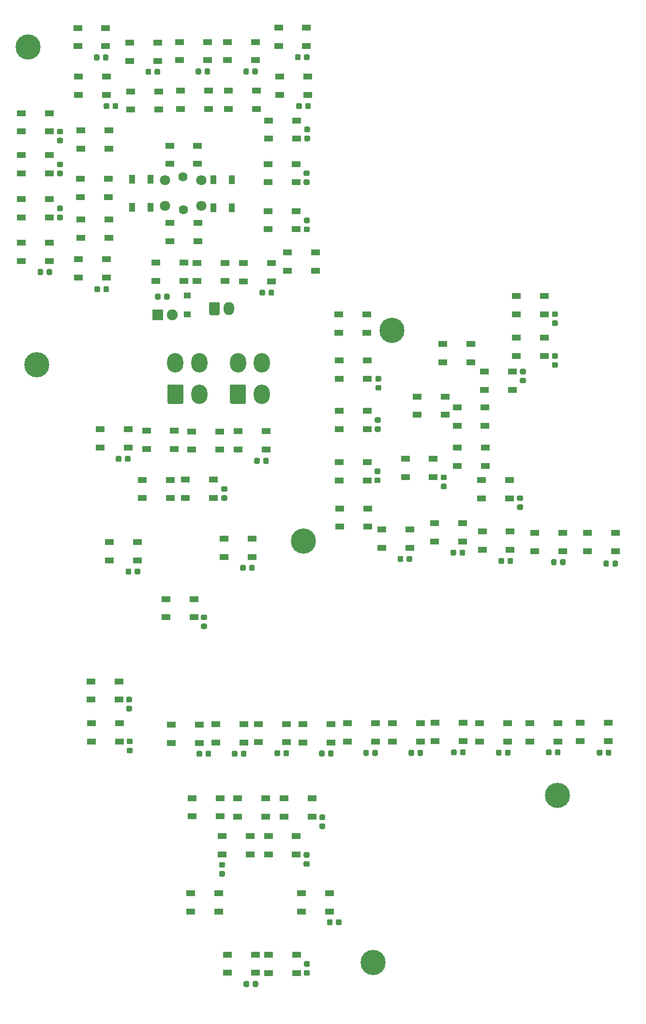
<source format=gbr>
%TF.GenerationSoftware,KiCad,Pcbnew,(5.1.6)-1*%
%TF.CreationDate,2021-08-25T11:31:01+10:00*%
%TF.ProjectId,DISP-EMC Panel PCB V1,44495350-2d45-44d4-9320-50616e656c20,rev?*%
%TF.SameCoordinates,Original*%
%TF.FileFunction,Soldermask,Top*%
%TF.FilePolarity,Negative*%
%FSLAX46Y46*%
G04 Gerber Fmt 4.6, Leading zero omitted, Abs format (unit mm)*
G04 Created by KiCad (PCBNEW (5.1.6)-1) date 2021-08-25 11:31:01*
%MOMM*%
%LPD*%
G01*
G04 APERTURE LIST*
%ADD10C,4.400000*%
%ADD11R,1.300000X1.000000*%
%ADD12O,2.800000X3.400000*%
%ADD13C,1.624000*%
%ADD14C,1.800000*%
%ADD15O,1.840000X2.290000*%
%ADD16R,1.100000X1.600000*%
%ADD17R,1.600000X1.100000*%
%ADD18C,1.900000*%
%ADD19R,1.900000X1.900000*%
G04 APERTURE END LIST*
D10*
%TO.C,6*%
X109829600Y-174244000D03*
%TD*%
%TO.C,5*%
X142087600Y-145034000D03*
%TD*%
%TO.C,4*%
X97637600Y-100558600D03*
%TD*%
%TO.C,3*%
X113131600Y-63754000D03*
%TD*%
%TO.C,3*%
X50977800Y-69748400D03*
%TD*%
%TO.C,1*%
X49403000Y-14198600D03*
%TD*%
%TO.C,C55*%
G36*
G01*
X135781250Y-93562500D02*
X135218750Y-93562500D01*
G75*
G02*
X134975000Y-93318750I0J243750D01*
G01*
X134975000Y-92831250D01*
G75*
G02*
X135218750Y-92587500I243750J0D01*
G01*
X135781250Y-92587500D01*
G75*
G02*
X136025000Y-92831250I0J-243750D01*
G01*
X136025000Y-93318750D01*
G75*
G02*
X135781250Y-93562500I-243750J0D01*
G01*
G37*
G36*
G01*
X135781250Y-95137500D02*
X135218750Y-95137500D01*
G75*
G02*
X134975000Y-94893750I0J243750D01*
G01*
X134975000Y-94406250D01*
G75*
G02*
X135218750Y-94162500I243750J0D01*
G01*
X135781250Y-94162500D01*
G75*
G02*
X136025000Y-94406250I0J-243750D01*
G01*
X136025000Y-94893750D01*
G75*
G02*
X135781250Y-95137500I-243750J0D01*
G01*
G37*
%TD*%
%TO.C,C54*%
G36*
G01*
X122431250Y-89937500D02*
X121868750Y-89937500D01*
G75*
G02*
X121625000Y-89693750I0J243750D01*
G01*
X121625000Y-89206250D01*
G75*
G02*
X121868750Y-88962500I243750J0D01*
G01*
X122431250Y-88962500D01*
G75*
G02*
X122675000Y-89206250I0J-243750D01*
G01*
X122675000Y-89693750D01*
G75*
G02*
X122431250Y-89937500I-243750J0D01*
G01*
G37*
G36*
G01*
X122431250Y-91512500D02*
X121868750Y-91512500D01*
G75*
G02*
X121625000Y-91268750I0J243750D01*
G01*
X121625000Y-90781250D01*
G75*
G02*
X121868750Y-90537500I243750J0D01*
G01*
X122431250Y-90537500D01*
G75*
G02*
X122675000Y-90781250I0J-243750D01*
G01*
X122675000Y-91268750D01*
G75*
G02*
X122431250Y-91512500I-243750J0D01*
G01*
G37*
%TD*%
%TO.C,C53*%
G36*
G01*
X135718750Y-72037500D02*
X136281250Y-72037500D01*
G75*
G02*
X136525000Y-72281250I0J-243750D01*
G01*
X136525000Y-72768750D01*
G75*
G02*
X136281250Y-73012500I-243750J0D01*
G01*
X135718750Y-73012500D01*
G75*
G02*
X135475000Y-72768750I0J243750D01*
G01*
X135475000Y-72281250D01*
G75*
G02*
X135718750Y-72037500I243750J0D01*
G01*
G37*
G36*
G01*
X135718750Y-70462500D02*
X136281250Y-70462500D01*
G75*
G02*
X136525000Y-70706250I0J-243750D01*
G01*
X136525000Y-71193750D01*
G75*
G02*
X136281250Y-71437500I-243750J0D01*
G01*
X135718750Y-71437500D01*
G75*
G02*
X135475000Y-71193750I0J243750D01*
G01*
X135475000Y-70706250D01*
G75*
G02*
X135718750Y-70462500I243750J0D01*
G01*
G37*
%TD*%
%TO.C,C52*%
G36*
G01*
X141881250Y-68700000D02*
X141318750Y-68700000D01*
G75*
G02*
X141075000Y-68456250I0J243750D01*
G01*
X141075000Y-67968750D01*
G75*
G02*
X141318750Y-67725000I243750J0D01*
G01*
X141881250Y-67725000D01*
G75*
G02*
X142125000Y-67968750I0J-243750D01*
G01*
X142125000Y-68456250D01*
G75*
G02*
X141881250Y-68700000I-243750J0D01*
G01*
G37*
G36*
G01*
X141881250Y-70275000D02*
X141318750Y-70275000D01*
G75*
G02*
X141075000Y-70031250I0J243750D01*
G01*
X141075000Y-69543750D01*
G75*
G02*
X141318750Y-69300000I243750J0D01*
G01*
X141881250Y-69300000D01*
G75*
G02*
X142125000Y-69543750I0J-243750D01*
G01*
X142125000Y-70031250D01*
G75*
G02*
X141881250Y-70275000I-243750J0D01*
G01*
G37*
%TD*%
%TO.C,C51*%
G36*
G01*
X141881250Y-61400000D02*
X141318750Y-61400000D01*
G75*
G02*
X141075000Y-61156250I0J243750D01*
G01*
X141075000Y-60668750D01*
G75*
G02*
X141318750Y-60425000I243750J0D01*
G01*
X141881250Y-60425000D01*
G75*
G02*
X142125000Y-60668750I0J-243750D01*
G01*
X142125000Y-61156250D01*
G75*
G02*
X141881250Y-61400000I-243750J0D01*
G01*
G37*
G36*
G01*
X141881250Y-62975000D02*
X141318750Y-62975000D01*
G75*
G02*
X141075000Y-62731250I0J243750D01*
G01*
X141075000Y-62243750D01*
G75*
G02*
X141318750Y-62000000I243750J0D01*
G01*
X141881250Y-62000000D01*
G75*
G02*
X142125000Y-62243750I0J-243750D01*
G01*
X142125000Y-62731250D01*
G75*
G02*
X141881250Y-62975000I-243750J0D01*
G01*
G37*
%TD*%
%TO.C,C50*%
G36*
G01*
X67381250Y-128762500D02*
X66818750Y-128762500D01*
G75*
G02*
X66575000Y-128518750I0J243750D01*
G01*
X66575000Y-128031250D01*
G75*
G02*
X66818750Y-127787500I243750J0D01*
G01*
X67381250Y-127787500D01*
G75*
G02*
X67625000Y-128031250I0J-243750D01*
G01*
X67625000Y-128518750D01*
G75*
G02*
X67381250Y-128762500I-243750J0D01*
G01*
G37*
G36*
G01*
X67381250Y-130337500D02*
X66818750Y-130337500D01*
G75*
G02*
X66575000Y-130093750I0J243750D01*
G01*
X66575000Y-129606250D01*
G75*
G02*
X66818750Y-129362500I243750J0D01*
G01*
X67381250Y-129362500D01*
G75*
G02*
X67625000Y-129606250I0J-243750D01*
G01*
X67625000Y-130093750D01*
G75*
G02*
X67381250Y-130337500I-243750J0D01*
G01*
G37*
%TD*%
%TO.C,C49*%
G36*
G01*
X67481250Y-136087500D02*
X66918750Y-136087500D01*
G75*
G02*
X66675000Y-135843750I0J243750D01*
G01*
X66675000Y-135356250D01*
G75*
G02*
X66918750Y-135112500I243750J0D01*
G01*
X67481250Y-135112500D01*
G75*
G02*
X67725000Y-135356250I0J-243750D01*
G01*
X67725000Y-135843750D01*
G75*
G02*
X67481250Y-136087500I-243750J0D01*
G01*
G37*
G36*
G01*
X67481250Y-137662500D02*
X66918750Y-137662500D01*
G75*
G02*
X66675000Y-137418750I0J243750D01*
G01*
X66675000Y-136931250D01*
G75*
G02*
X66918750Y-136687500I243750J0D01*
G01*
X67481250Y-136687500D01*
G75*
G02*
X67725000Y-136931250I0J-243750D01*
G01*
X67725000Y-137418750D01*
G75*
G02*
X67481250Y-137662500I-243750J0D01*
G01*
G37*
%TD*%
%TO.C,C48*%
G36*
G01*
X83631250Y-157650000D02*
X83068750Y-157650000D01*
G75*
G02*
X82825000Y-157406250I0J243750D01*
G01*
X82825000Y-156918750D01*
G75*
G02*
X83068750Y-156675000I243750J0D01*
G01*
X83631250Y-156675000D01*
G75*
G02*
X83875000Y-156918750I0J-243750D01*
G01*
X83875000Y-157406250D01*
G75*
G02*
X83631250Y-157650000I-243750J0D01*
G01*
G37*
G36*
G01*
X83631250Y-159225000D02*
X83068750Y-159225000D01*
G75*
G02*
X82825000Y-158981250I0J243750D01*
G01*
X82825000Y-158493750D01*
G75*
G02*
X83068750Y-158250000I243750J0D01*
G01*
X83631250Y-158250000D01*
G75*
G02*
X83875000Y-158493750I0J-243750D01*
G01*
X83875000Y-158981250D01*
G75*
G02*
X83631250Y-159225000I-243750J0D01*
G01*
G37*
%TD*%
%TO.C,C47*%
G36*
G01*
X88712500Y-178281250D02*
X88712500Y-177718750D01*
G75*
G02*
X88956250Y-177475000I243750J0D01*
G01*
X89443750Y-177475000D01*
G75*
G02*
X89687500Y-177718750I0J-243750D01*
G01*
X89687500Y-178281250D01*
G75*
G02*
X89443750Y-178525000I-243750J0D01*
G01*
X88956250Y-178525000D01*
G75*
G02*
X88712500Y-178281250I0J243750D01*
G01*
G37*
G36*
G01*
X87137500Y-178281250D02*
X87137500Y-177718750D01*
G75*
G02*
X87381250Y-177475000I243750J0D01*
G01*
X87868750Y-177475000D01*
G75*
G02*
X88112500Y-177718750I0J-243750D01*
G01*
X88112500Y-178281250D01*
G75*
G02*
X87868750Y-178525000I-243750J0D01*
G01*
X87381250Y-178525000D01*
G75*
G02*
X87137500Y-178281250I0J243750D01*
G01*
G37*
%TD*%
%TO.C,C46*%
G36*
G01*
X97918750Y-175562500D02*
X98481250Y-175562500D01*
G75*
G02*
X98725000Y-175806250I0J-243750D01*
G01*
X98725000Y-176293750D01*
G75*
G02*
X98481250Y-176537500I-243750J0D01*
G01*
X97918750Y-176537500D01*
G75*
G02*
X97675000Y-176293750I0J243750D01*
G01*
X97675000Y-175806250D01*
G75*
G02*
X97918750Y-175562500I243750J0D01*
G01*
G37*
G36*
G01*
X97918750Y-173987500D02*
X98481250Y-173987500D01*
G75*
G02*
X98725000Y-174231250I0J-243750D01*
G01*
X98725000Y-174718750D01*
G75*
G02*
X98481250Y-174962500I-243750J0D01*
G01*
X97918750Y-174962500D01*
G75*
G02*
X97675000Y-174718750I0J243750D01*
G01*
X97675000Y-174231250D01*
G75*
G02*
X97918750Y-173987500I243750J0D01*
G01*
G37*
%TD*%
%TO.C,C45*%
G36*
G01*
X102687500Y-166918750D02*
X102687500Y-167481250D01*
G75*
G02*
X102443750Y-167725000I-243750J0D01*
G01*
X101956250Y-167725000D01*
G75*
G02*
X101712500Y-167481250I0J243750D01*
G01*
X101712500Y-166918750D01*
G75*
G02*
X101956250Y-166675000I243750J0D01*
G01*
X102443750Y-166675000D01*
G75*
G02*
X102687500Y-166918750I0J-243750D01*
G01*
G37*
G36*
G01*
X104262500Y-166918750D02*
X104262500Y-167481250D01*
G75*
G02*
X104018750Y-167725000I-243750J0D01*
G01*
X103531250Y-167725000D01*
G75*
G02*
X103287500Y-167481250I0J243750D01*
G01*
X103287500Y-166918750D01*
G75*
G02*
X103531250Y-166675000I243750J0D01*
G01*
X104018750Y-166675000D01*
G75*
G02*
X104262500Y-166918750I0J-243750D01*
G01*
G37*
%TD*%
%TO.C,C44*%
G36*
G01*
X101181250Y-149337500D02*
X100618750Y-149337500D01*
G75*
G02*
X100375000Y-149093750I0J243750D01*
G01*
X100375000Y-148606250D01*
G75*
G02*
X100618750Y-148362500I243750J0D01*
G01*
X101181250Y-148362500D01*
G75*
G02*
X101425000Y-148606250I0J-243750D01*
G01*
X101425000Y-149093750D01*
G75*
G02*
X101181250Y-149337500I-243750J0D01*
G01*
G37*
G36*
G01*
X101181250Y-150912500D02*
X100618750Y-150912500D01*
G75*
G02*
X100375000Y-150668750I0J243750D01*
G01*
X100375000Y-150181250D01*
G75*
G02*
X100618750Y-149937500I243750J0D01*
G01*
X101181250Y-149937500D01*
G75*
G02*
X101425000Y-150181250I0J-243750D01*
G01*
X101425000Y-150668750D01*
G75*
G02*
X101181250Y-150912500I-243750J0D01*
G01*
G37*
%TD*%
%TO.C,C43*%
G36*
G01*
X150512500Y-137831250D02*
X150512500Y-137268750D01*
G75*
G02*
X150756250Y-137025000I243750J0D01*
G01*
X151243750Y-137025000D01*
G75*
G02*
X151487500Y-137268750I0J-243750D01*
G01*
X151487500Y-137831250D01*
G75*
G02*
X151243750Y-138075000I-243750J0D01*
G01*
X150756250Y-138075000D01*
G75*
G02*
X150512500Y-137831250I0J243750D01*
G01*
G37*
G36*
G01*
X148937500Y-137831250D02*
X148937500Y-137268750D01*
G75*
G02*
X149181250Y-137025000I243750J0D01*
G01*
X149668750Y-137025000D01*
G75*
G02*
X149912500Y-137268750I0J-243750D01*
G01*
X149912500Y-137831250D01*
G75*
G02*
X149668750Y-138075000I-243750J0D01*
G01*
X149181250Y-138075000D01*
G75*
G02*
X148937500Y-137831250I0J243750D01*
G01*
G37*
%TD*%
%TO.C,C42*%
G36*
G01*
X141612500Y-137781250D02*
X141612500Y-137218750D01*
G75*
G02*
X141856250Y-136975000I243750J0D01*
G01*
X142343750Y-136975000D01*
G75*
G02*
X142587500Y-137218750I0J-243750D01*
G01*
X142587500Y-137781250D01*
G75*
G02*
X142343750Y-138025000I-243750J0D01*
G01*
X141856250Y-138025000D01*
G75*
G02*
X141612500Y-137781250I0J243750D01*
G01*
G37*
G36*
G01*
X140037500Y-137781250D02*
X140037500Y-137218750D01*
G75*
G02*
X140281250Y-136975000I243750J0D01*
G01*
X140768750Y-136975000D01*
G75*
G02*
X141012500Y-137218750I0J-243750D01*
G01*
X141012500Y-137781250D01*
G75*
G02*
X140768750Y-138025000I-243750J0D01*
G01*
X140281250Y-138025000D01*
G75*
G02*
X140037500Y-137781250I0J243750D01*
G01*
G37*
%TD*%
%TO.C,C41*%
G36*
G01*
X125012500Y-137781250D02*
X125012500Y-137218750D01*
G75*
G02*
X125256250Y-136975000I243750J0D01*
G01*
X125743750Y-136975000D01*
G75*
G02*
X125987500Y-137218750I0J-243750D01*
G01*
X125987500Y-137781250D01*
G75*
G02*
X125743750Y-138025000I-243750J0D01*
G01*
X125256250Y-138025000D01*
G75*
G02*
X125012500Y-137781250I0J243750D01*
G01*
G37*
G36*
G01*
X123437500Y-137781250D02*
X123437500Y-137218750D01*
G75*
G02*
X123681250Y-136975000I243750J0D01*
G01*
X124168750Y-136975000D01*
G75*
G02*
X124412500Y-137218750I0J-243750D01*
G01*
X124412500Y-137781250D01*
G75*
G02*
X124168750Y-138025000I-243750J0D01*
G01*
X123681250Y-138025000D01*
G75*
G02*
X123437500Y-137781250I0J243750D01*
G01*
G37*
%TD*%
%TO.C,C40*%
G36*
G01*
X132862500Y-137831250D02*
X132862500Y-137268750D01*
G75*
G02*
X133106250Y-137025000I243750J0D01*
G01*
X133593750Y-137025000D01*
G75*
G02*
X133837500Y-137268750I0J-243750D01*
G01*
X133837500Y-137831250D01*
G75*
G02*
X133593750Y-138075000I-243750J0D01*
G01*
X133106250Y-138075000D01*
G75*
G02*
X132862500Y-137831250I0J243750D01*
G01*
G37*
G36*
G01*
X131287500Y-137831250D02*
X131287500Y-137268750D01*
G75*
G02*
X131531250Y-137025000I243750J0D01*
G01*
X132018750Y-137025000D01*
G75*
G02*
X132262500Y-137268750I0J-243750D01*
G01*
X132262500Y-137831250D01*
G75*
G02*
X132018750Y-138075000I-243750J0D01*
G01*
X131531250Y-138075000D01*
G75*
G02*
X131287500Y-137831250I0J243750D01*
G01*
G37*
%TD*%
%TO.C,C39*%
G36*
G01*
X109650000Y-137881250D02*
X109650000Y-137318750D01*
G75*
G02*
X109893750Y-137075000I243750J0D01*
G01*
X110381250Y-137075000D01*
G75*
G02*
X110625000Y-137318750I0J-243750D01*
G01*
X110625000Y-137881250D01*
G75*
G02*
X110381250Y-138125000I-243750J0D01*
G01*
X109893750Y-138125000D01*
G75*
G02*
X109650000Y-137881250I0J243750D01*
G01*
G37*
G36*
G01*
X108075000Y-137881250D02*
X108075000Y-137318750D01*
G75*
G02*
X108318750Y-137075000I243750J0D01*
G01*
X108806250Y-137075000D01*
G75*
G02*
X109050000Y-137318750I0J-243750D01*
G01*
X109050000Y-137881250D01*
G75*
G02*
X108806250Y-138125000I-243750J0D01*
G01*
X108318750Y-138125000D01*
G75*
G02*
X108075000Y-137881250I0J243750D01*
G01*
G37*
%TD*%
%TO.C,C38*%
G36*
G01*
X117562500Y-137881250D02*
X117562500Y-137318750D01*
G75*
G02*
X117806250Y-137075000I243750J0D01*
G01*
X118293750Y-137075000D01*
G75*
G02*
X118537500Y-137318750I0J-243750D01*
G01*
X118537500Y-137881250D01*
G75*
G02*
X118293750Y-138125000I-243750J0D01*
G01*
X117806250Y-138125000D01*
G75*
G02*
X117562500Y-137881250I0J243750D01*
G01*
G37*
G36*
G01*
X115987500Y-137881250D02*
X115987500Y-137318750D01*
G75*
G02*
X116231250Y-137075000I243750J0D01*
G01*
X116718750Y-137075000D01*
G75*
G02*
X116962500Y-137318750I0J-243750D01*
G01*
X116962500Y-137881250D01*
G75*
G02*
X116718750Y-138125000I-243750J0D01*
G01*
X116231250Y-138125000D01*
G75*
G02*
X115987500Y-137881250I0J243750D01*
G01*
G37*
%TD*%
%TO.C,C37*%
G36*
G01*
X98431250Y-155912500D02*
X97868750Y-155912500D01*
G75*
G02*
X97625000Y-155668750I0J243750D01*
G01*
X97625000Y-155181250D01*
G75*
G02*
X97868750Y-154937500I243750J0D01*
G01*
X98431250Y-154937500D01*
G75*
G02*
X98675000Y-155181250I0J-243750D01*
G01*
X98675000Y-155668750D01*
G75*
G02*
X98431250Y-155912500I-243750J0D01*
G01*
G37*
G36*
G01*
X98431250Y-157487500D02*
X97868750Y-157487500D01*
G75*
G02*
X97625000Y-157243750I0J243750D01*
G01*
X97625000Y-156756250D01*
G75*
G02*
X97868750Y-156512500I243750J0D01*
G01*
X98431250Y-156512500D01*
G75*
G02*
X98675000Y-156756250I0J-243750D01*
G01*
X98675000Y-157243750D01*
G75*
G02*
X98431250Y-157487500I-243750J0D01*
G01*
G37*
%TD*%
%TO.C,C26*%
G36*
G01*
X133312500Y-104331250D02*
X133312500Y-103768750D01*
G75*
G02*
X133556250Y-103525000I243750J0D01*
G01*
X134043750Y-103525000D01*
G75*
G02*
X134287500Y-103768750I0J-243750D01*
G01*
X134287500Y-104331250D01*
G75*
G02*
X134043750Y-104575000I-243750J0D01*
G01*
X133556250Y-104575000D01*
G75*
G02*
X133312500Y-104331250I0J243750D01*
G01*
G37*
G36*
G01*
X131737500Y-104331250D02*
X131737500Y-103768750D01*
G75*
G02*
X131981250Y-103525000I243750J0D01*
G01*
X132468750Y-103525000D01*
G75*
G02*
X132712500Y-103768750I0J-243750D01*
G01*
X132712500Y-104331250D01*
G75*
G02*
X132468750Y-104575000I-243750J0D01*
G01*
X131981250Y-104575000D01*
G75*
G02*
X131737500Y-104331250I0J243750D01*
G01*
G37*
%TD*%
%TO.C,C23*%
G36*
G01*
X115662500Y-103981250D02*
X115662500Y-103418750D01*
G75*
G02*
X115906250Y-103175000I243750J0D01*
G01*
X116393750Y-103175000D01*
G75*
G02*
X116637500Y-103418750I0J-243750D01*
G01*
X116637500Y-103981250D01*
G75*
G02*
X116393750Y-104225000I-243750J0D01*
G01*
X115906250Y-104225000D01*
G75*
G02*
X115662500Y-103981250I0J243750D01*
G01*
G37*
G36*
G01*
X114087500Y-103981250D02*
X114087500Y-103418750D01*
G75*
G02*
X114331250Y-103175000I243750J0D01*
G01*
X114818750Y-103175000D01*
G75*
G02*
X115062500Y-103418750I0J-243750D01*
G01*
X115062500Y-103981250D01*
G75*
G02*
X114818750Y-104225000I-243750J0D01*
G01*
X114331250Y-104225000D01*
G75*
G02*
X114087500Y-103981250I0J243750D01*
G01*
G37*
%TD*%
%TO.C,C36*%
G36*
G01*
X101912500Y-137981250D02*
X101912500Y-137418750D01*
G75*
G02*
X102156250Y-137175000I243750J0D01*
G01*
X102643750Y-137175000D01*
G75*
G02*
X102887500Y-137418750I0J-243750D01*
G01*
X102887500Y-137981250D01*
G75*
G02*
X102643750Y-138225000I-243750J0D01*
G01*
X102156250Y-138225000D01*
G75*
G02*
X101912500Y-137981250I0J243750D01*
G01*
G37*
G36*
G01*
X100337500Y-137981250D02*
X100337500Y-137418750D01*
G75*
G02*
X100581250Y-137175000I243750J0D01*
G01*
X101068750Y-137175000D01*
G75*
G02*
X101312500Y-137418750I0J-243750D01*
G01*
X101312500Y-137981250D01*
G75*
G02*
X101068750Y-138225000I-243750J0D01*
G01*
X100581250Y-138225000D01*
G75*
G02*
X100337500Y-137981250I0J243750D01*
G01*
G37*
%TD*%
%TO.C,C35*%
G36*
G01*
X94112500Y-137931250D02*
X94112500Y-137368750D01*
G75*
G02*
X94356250Y-137125000I243750J0D01*
G01*
X94843750Y-137125000D01*
G75*
G02*
X95087500Y-137368750I0J-243750D01*
G01*
X95087500Y-137931250D01*
G75*
G02*
X94843750Y-138175000I-243750J0D01*
G01*
X94356250Y-138175000D01*
G75*
G02*
X94112500Y-137931250I0J243750D01*
G01*
G37*
G36*
G01*
X92537500Y-137931250D02*
X92537500Y-137368750D01*
G75*
G02*
X92781250Y-137125000I243750J0D01*
G01*
X93268750Y-137125000D01*
G75*
G02*
X93512500Y-137368750I0J-243750D01*
G01*
X93512500Y-137931250D01*
G75*
G02*
X93268750Y-138175000I-243750J0D01*
G01*
X92781250Y-138175000D01*
G75*
G02*
X92537500Y-137931250I0J243750D01*
G01*
G37*
%TD*%
%TO.C,C34*%
G36*
G01*
X79887500Y-137468750D02*
X79887500Y-138031250D01*
G75*
G02*
X79643750Y-138275000I-243750J0D01*
G01*
X79156250Y-138275000D01*
G75*
G02*
X78912500Y-138031250I0J243750D01*
G01*
X78912500Y-137468750D01*
G75*
G02*
X79156250Y-137225000I243750J0D01*
G01*
X79643750Y-137225000D01*
G75*
G02*
X79887500Y-137468750I0J-243750D01*
G01*
G37*
G36*
G01*
X81462500Y-137468750D02*
X81462500Y-138031250D01*
G75*
G02*
X81218750Y-138275000I-243750J0D01*
G01*
X80731250Y-138275000D01*
G75*
G02*
X80487500Y-138031250I0J243750D01*
G01*
X80487500Y-137468750D01*
G75*
G02*
X80731250Y-137225000I243750J0D01*
G01*
X81218750Y-137225000D01*
G75*
G02*
X81462500Y-137468750I0J-243750D01*
G01*
G37*
%TD*%
%TO.C,C33*%
G36*
G01*
X86650000Y-138031250D02*
X86650000Y-137468750D01*
G75*
G02*
X86893750Y-137225000I243750J0D01*
G01*
X87381250Y-137225000D01*
G75*
G02*
X87625000Y-137468750I0J-243750D01*
G01*
X87625000Y-138031250D01*
G75*
G02*
X87381250Y-138275000I-243750J0D01*
G01*
X86893750Y-138275000D01*
G75*
G02*
X86650000Y-138031250I0J243750D01*
G01*
G37*
G36*
G01*
X85075000Y-138031250D02*
X85075000Y-137468750D01*
G75*
G02*
X85318750Y-137225000I243750J0D01*
G01*
X85806250Y-137225000D01*
G75*
G02*
X86050000Y-137468750I0J-243750D01*
G01*
X86050000Y-138031250D01*
G75*
G02*
X85806250Y-138275000I-243750J0D01*
G01*
X85318750Y-138275000D01*
G75*
G02*
X85075000Y-138031250I0J243750D01*
G01*
G37*
%TD*%
%TO.C,C32*%
G36*
G01*
X83468750Y-92562500D02*
X84031250Y-92562500D01*
G75*
G02*
X84275000Y-92806250I0J-243750D01*
G01*
X84275000Y-93293750D01*
G75*
G02*
X84031250Y-93537500I-243750J0D01*
G01*
X83468750Y-93537500D01*
G75*
G02*
X83225000Y-93293750I0J243750D01*
G01*
X83225000Y-92806250D01*
G75*
G02*
X83468750Y-92562500I243750J0D01*
G01*
G37*
G36*
G01*
X83468750Y-90987500D02*
X84031250Y-90987500D01*
G75*
G02*
X84275000Y-91231250I0J-243750D01*
G01*
X84275000Y-91718750D01*
G75*
G02*
X84031250Y-91962500I-243750J0D01*
G01*
X83468750Y-91962500D01*
G75*
G02*
X83225000Y-91718750I0J243750D01*
G01*
X83225000Y-91231250D01*
G75*
G02*
X83468750Y-90987500I243750J0D01*
G01*
G37*
%TD*%
%TO.C,C31*%
G36*
G01*
X88112500Y-105531250D02*
X88112500Y-104968750D01*
G75*
G02*
X88356250Y-104725000I243750J0D01*
G01*
X88843750Y-104725000D01*
G75*
G02*
X89087500Y-104968750I0J-243750D01*
G01*
X89087500Y-105531250D01*
G75*
G02*
X88843750Y-105775000I-243750J0D01*
G01*
X88356250Y-105775000D01*
G75*
G02*
X88112500Y-105531250I0J243750D01*
G01*
G37*
G36*
G01*
X86537500Y-105531250D02*
X86537500Y-104968750D01*
G75*
G02*
X86781250Y-104725000I243750J0D01*
G01*
X87268750Y-104725000D01*
G75*
G02*
X87512500Y-104968750I0J-243750D01*
G01*
X87512500Y-105531250D01*
G75*
G02*
X87268750Y-105775000I-243750J0D01*
G01*
X86781250Y-105775000D01*
G75*
G02*
X86537500Y-105531250I0J243750D01*
G01*
G37*
%TD*%
%TO.C,C30*%
G36*
G01*
X90562500Y-86831250D02*
X90562500Y-86268750D01*
G75*
G02*
X90806250Y-86025000I243750J0D01*
G01*
X91293750Y-86025000D01*
G75*
G02*
X91537500Y-86268750I0J-243750D01*
G01*
X91537500Y-86831250D01*
G75*
G02*
X91293750Y-87075000I-243750J0D01*
G01*
X90806250Y-87075000D01*
G75*
G02*
X90562500Y-86831250I0J243750D01*
G01*
G37*
G36*
G01*
X88987500Y-86831250D02*
X88987500Y-86268750D01*
G75*
G02*
X89231250Y-86025000I243750J0D01*
G01*
X89718750Y-86025000D01*
G75*
G02*
X89962500Y-86268750I0J-243750D01*
G01*
X89962500Y-86831250D01*
G75*
G02*
X89718750Y-87075000I-243750J0D01*
G01*
X89231250Y-87075000D01*
G75*
G02*
X88987500Y-86831250I0J243750D01*
G01*
G37*
%TD*%
%TO.C,C29*%
G36*
G01*
X80481250Y-114387500D02*
X79918750Y-114387500D01*
G75*
G02*
X79675000Y-114143750I0J243750D01*
G01*
X79675000Y-113656250D01*
G75*
G02*
X79918750Y-113412500I243750J0D01*
G01*
X80481250Y-113412500D01*
G75*
G02*
X80725000Y-113656250I0J-243750D01*
G01*
X80725000Y-114143750D01*
G75*
G02*
X80481250Y-114387500I-243750J0D01*
G01*
G37*
G36*
G01*
X80481250Y-115962500D02*
X79918750Y-115962500D01*
G75*
G02*
X79675000Y-115718750I0J243750D01*
G01*
X79675000Y-115231250D01*
G75*
G02*
X79918750Y-114987500I243750J0D01*
G01*
X80481250Y-114987500D01*
G75*
G02*
X80725000Y-115231250I0J-243750D01*
G01*
X80725000Y-115718750D01*
G75*
G02*
X80481250Y-115962500I-243750J0D01*
G01*
G37*
%TD*%
%TO.C,C28*%
G36*
G01*
X68062500Y-106181250D02*
X68062500Y-105618750D01*
G75*
G02*
X68306250Y-105375000I243750J0D01*
G01*
X68793750Y-105375000D01*
G75*
G02*
X69037500Y-105618750I0J-243750D01*
G01*
X69037500Y-106181250D01*
G75*
G02*
X68793750Y-106425000I-243750J0D01*
G01*
X68306250Y-106425000D01*
G75*
G02*
X68062500Y-106181250I0J243750D01*
G01*
G37*
G36*
G01*
X66487500Y-106181250D02*
X66487500Y-105618750D01*
G75*
G02*
X66731250Y-105375000I243750J0D01*
G01*
X67218750Y-105375000D01*
G75*
G02*
X67462500Y-105618750I0J-243750D01*
G01*
X67462500Y-106181250D01*
G75*
G02*
X67218750Y-106425000I-243750J0D01*
G01*
X66731250Y-106425000D01*
G75*
G02*
X66487500Y-106181250I0J243750D01*
G01*
G37*
%TD*%
%TO.C,C27*%
G36*
G01*
X66362500Y-86481250D02*
X66362500Y-85918750D01*
G75*
G02*
X66606250Y-85675000I243750J0D01*
G01*
X67093750Y-85675000D01*
G75*
G02*
X67337500Y-85918750I0J-243750D01*
G01*
X67337500Y-86481250D01*
G75*
G02*
X67093750Y-86725000I-243750J0D01*
G01*
X66606250Y-86725000D01*
G75*
G02*
X66362500Y-86481250I0J243750D01*
G01*
G37*
G36*
G01*
X64787500Y-86481250D02*
X64787500Y-85918750D01*
G75*
G02*
X65031250Y-85675000I243750J0D01*
G01*
X65518750Y-85675000D01*
G75*
G02*
X65762500Y-85918750I0J-243750D01*
G01*
X65762500Y-86481250D01*
G75*
G02*
X65518750Y-86725000I-243750J0D01*
G01*
X65031250Y-86725000D01*
G75*
G02*
X64787500Y-86481250I0J243750D01*
G01*
G37*
%TD*%
%TO.C,C25*%
G36*
G01*
X142512500Y-104531250D02*
X142512500Y-103968750D01*
G75*
G02*
X142756250Y-103725000I243750J0D01*
G01*
X143243750Y-103725000D01*
G75*
G02*
X143487500Y-103968750I0J-243750D01*
G01*
X143487500Y-104531250D01*
G75*
G02*
X143243750Y-104775000I-243750J0D01*
G01*
X142756250Y-104775000D01*
G75*
G02*
X142512500Y-104531250I0J243750D01*
G01*
G37*
G36*
G01*
X140937500Y-104531250D02*
X140937500Y-103968750D01*
G75*
G02*
X141181250Y-103725000I243750J0D01*
G01*
X141668750Y-103725000D01*
G75*
G02*
X141912500Y-103968750I0J-243750D01*
G01*
X141912500Y-104531250D01*
G75*
G02*
X141668750Y-104775000I-243750J0D01*
G01*
X141181250Y-104775000D01*
G75*
G02*
X140937500Y-104531250I0J243750D01*
G01*
G37*
%TD*%
%TO.C,C24*%
G36*
G01*
X124912500Y-102881250D02*
X124912500Y-102318750D01*
G75*
G02*
X125156250Y-102075000I243750J0D01*
G01*
X125643750Y-102075000D01*
G75*
G02*
X125887500Y-102318750I0J-243750D01*
G01*
X125887500Y-102881250D01*
G75*
G02*
X125643750Y-103125000I-243750J0D01*
G01*
X125156250Y-103125000D01*
G75*
G02*
X124912500Y-102881250I0J243750D01*
G01*
G37*
G36*
G01*
X123337500Y-102881250D02*
X123337500Y-102318750D01*
G75*
G02*
X123581250Y-102075000I243750J0D01*
G01*
X124068750Y-102075000D01*
G75*
G02*
X124312500Y-102318750I0J-243750D01*
G01*
X124312500Y-102881250D01*
G75*
G02*
X124068750Y-103125000I-243750J0D01*
G01*
X123581250Y-103125000D01*
G75*
G02*
X123337500Y-102881250I0J243750D01*
G01*
G37*
%TD*%
%TO.C,C22*%
G36*
G01*
X110318750Y-80512500D02*
X110881250Y-80512500D01*
G75*
G02*
X111125000Y-80756250I0J-243750D01*
G01*
X111125000Y-81243750D01*
G75*
G02*
X110881250Y-81487500I-243750J0D01*
G01*
X110318750Y-81487500D01*
G75*
G02*
X110075000Y-81243750I0J243750D01*
G01*
X110075000Y-80756250D01*
G75*
G02*
X110318750Y-80512500I243750J0D01*
G01*
G37*
G36*
G01*
X110318750Y-78937500D02*
X110881250Y-78937500D01*
G75*
G02*
X111125000Y-79181250I0J-243750D01*
G01*
X111125000Y-79668750D01*
G75*
G02*
X110881250Y-79912500I-243750J0D01*
G01*
X110318750Y-79912500D01*
G75*
G02*
X110075000Y-79668750I0J243750D01*
G01*
X110075000Y-79181250D01*
G75*
G02*
X110318750Y-78937500I243750J0D01*
G01*
G37*
%TD*%
%TO.C,C21*%
G36*
G01*
X110268750Y-89462500D02*
X110831250Y-89462500D01*
G75*
G02*
X111075000Y-89706250I0J-243750D01*
G01*
X111075000Y-90193750D01*
G75*
G02*
X110831250Y-90437500I-243750J0D01*
G01*
X110268750Y-90437500D01*
G75*
G02*
X110025000Y-90193750I0J243750D01*
G01*
X110025000Y-89706250D01*
G75*
G02*
X110268750Y-89462500I243750J0D01*
G01*
G37*
G36*
G01*
X110268750Y-87887500D02*
X110831250Y-87887500D01*
G75*
G02*
X111075000Y-88131250I0J-243750D01*
G01*
X111075000Y-88618750D01*
G75*
G02*
X110831250Y-88862500I-243750J0D01*
G01*
X110268750Y-88862500D01*
G75*
G02*
X110025000Y-88618750I0J243750D01*
G01*
X110025000Y-88131250D01*
G75*
G02*
X110268750Y-87887500I243750J0D01*
G01*
G37*
%TD*%
%TO.C,C20*%
G36*
G01*
X151662500Y-104781250D02*
X151662500Y-104218750D01*
G75*
G02*
X151906250Y-103975000I243750J0D01*
G01*
X152393750Y-103975000D01*
G75*
G02*
X152637500Y-104218750I0J-243750D01*
G01*
X152637500Y-104781250D01*
G75*
G02*
X152393750Y-105025000I-243750J0D01*
G01*
X151906250Y-105025000D01*
G75*
G02*
X151662500Y-104781250I0J243750D01*
G01*
G37*
G36*
G01*
X150087500Y-104781250D02*
X150087500Y-104218750D01*
G75*
G02*
X150331250Y-103975000I243750J0D01*
G01*
X150818750Y-103975000D01*
G75*
G02*
X151062500Y-104218750I0J-243750D01*
G01*
X151062500Y-104781250D01*
G75*
G02*
X150818750Y-105025000I-243750J0D01*
G01*
X150331250Y-105025000D01*
G75*
G02*
X150087500Y-104781250I0J243750D01*
G01*
G37*
%TD*%
D11*
%TO.C,D80*%
X77300000Y-60950000D03*
X77300000Y-57650000D03*
%TD*%
%TO.C,R1*%
G36*
G01*
X73212500Y-58131250D02*
X73212500Y-57568750D01*
G75*
G02*
X73456250Y-57325000I243750J0D01*
G01*
X73943750Y-57325000D01*
G75*
G02*
X74187500Y-57568750I0J-243750D01*
G01*
X74187500Y-58131250D01*
G75*
G02*
X73943750Y-58375000I-243750J0D01*
G01*
X73456250Y-58375000D01*
G75*
G02*
X73212500Y-58131250I0J243750D01*
G01*
G37*
G36*
G01*
X71637500Y-58131250D02*
X71637500Y-57568750D01*
G75*
G02*
X71881250Y-57325000I243750J0D01*
G01*
X72368750Y-57325000D01*
G75*
G02*
X72612500Y-57568750I0J-243750D01*
G01*
X72612500Y-58131250D01*
G75*
G02*
X72368750Y-58375000I-243750J0D01*
G01*
X71881250Y-58375000D01*
G75*
G02*
X71637500Y-58131250I0J243750D01*
G01*
G37*
%TD*%
D12*
%TO.C,J2*%
X79400000Y-69400000D03*
X75200000Y-69400000D03*
X79400000Y-74900000D03*
G36*
G01*
X73800000Y-76339600D02*
X73800000Y-73460400D01*
G75*
G02*
X74060400Y-73200000I260400J0D01*
G01*
X76339600Y-73200000D01*
G75*
G02*
X76600000Y-73460400I0J-260400D01*
G01*
X76600000Y-76339600D01*
G75*
G02*
X76339600Y-76600000I-260400J0D01*
G01*
X74060400Y-76600000D01*
G75*
G02*
X73800000Y-76339600I0J260400D01*
G01*
G37*
%TD*%
%TO.C,J1*%
X90350000Y-69400000D03*
X86150000Y-69400000D03*
X90350000Y-74900000D03*
G36*
G01*
X84750000Y-76339600D02*
X84750000Y-73460400D01*
G75*
G02*
X85010400Y-73200000I260400J0D01*
G01*
X87289600Y-73200000D01*
G75*
G02*
X87550000Y-73460400I0J-260400D01*
G01*
X87550000Y-76339600D01*
G75*
G02*
X87289600Y-76600000I-260400J0D01*
G01*
X85010400Y-76600000D01*
G75*
G02*
X84750000Y-76339600I0J260400D01*
G01*
G37*
%TD*%
%TO.C,C19*%
G36*
G01*
X110981250Y-72687500D02*
X110418750Y-72687500D01*
G75*
G02*
X110175000Y-72443750I0J243750D01*
G01*
X110175000Y-71956250D01*
G75*
G02*
X110418750Y-71712500I243750J0D01*
G01*
X110981250Y-71712500D01*
G75*
G02*
X111225000Y-71956250I0J-243750D01*
G01*
X111225000Y-72443750D01*
G75*
G02*
X110981250Y-72687500I-243750J0D01*
G01*
G37*
G36*
G01*
X110981250Y-74262500D02*
X110418750Y-74262500D01*
G75*
G02*
X110175000Y-74018750I0J243750D01*
G01*
X110175000Y-73531250D01*
G75*
G02*
X110418750Y-73287500I243750J0D01*
G01*
X110981250Y-73287500D01*
G75*
G02*
X111225000Y-73531250I0J-243750D01*
G01*
X111225000Y-74018750D01*
G75*
G02*
X110981250Y-74262500I-243750J0D01*
G01*
G37*
%TD*%
%TO.C,C18*%
G36*
G01*
X97868750Y-37362500D02*
X98431250Y-37362500D01*
G75*
G02*
X98675000Y-37606250I0J-243750D01*
G01*
X98675000Y-38093750D01*
G75*
G02*
X98431250Y-38337500I-243750J0D01*
G01*
X97868750Y-38337500D01*
G75*
G02*
X97625000Y-38093750I0J243750D01*
G01*
X97625000Y-37606250D01*
G75*
G02*
X97868750Y-37362500I243750J0D01*
G01*
G37*
G36*
G01*
X97868750Y-35787500D02*
X98431250Y-35787500D01*
G75*
G02*
X98675000Y-36031250I0J-243750D01*
G01*
X98675000Y-36518750D01*
G75*
G02*
X98431250Y-36762500I-243750J0D01*
G01*
X97868750Y-36762500D01*
G75*
G02*
X97625000Y-36518750I0J243750D01*
G01*
X97625000Y-36031250D01*
G75*
G02*
X97868750Y-35787500I243750J0D01*
G01*
G37*
%TD*%
%TO.C,C17*%
G36*
G01*
X97918750Y-45612500D02*
X98481250Y-45612500D01*
G75*
G02*
X98725000Y-45856250I0J-243750D01*
G01*
X98725000Y-46343750D01*
G75*
G02*
X98481250Y-46587500I-243750J0D01*
G01*
X97918750Y-46587500D01*
G75*
G02*
X97675000Y-46343750I0J243750D01*
G01*
X97675000Y-45856250D01*
G75*
G02*
X97918750Y-45612500I243750J0D01*
G01*
G37*
G36*
G01*
X97918750Y-44037500D02*
X98481250Y-44037500D01*
G75*
G02*
X98725000Y-44281250I0J-243750D01*
G01*
X98725000Y-44768750D01*
G75*
G02*
X98481250Y-45012500I-243750J0D01*
G01*
X97918750Y-45012500D01*
G75*
G02*
X97675000Y-44768750I0J243750D01*
G01*
X97675000Y-44281250D01*
G75*
G02*
X97918750Y-44037500I243750J0D01*
G01*
G37*
%TD*%
%TO.C,C16*%
G36*
G01*
X91500000Y-57431250D02*
X91500000Y-56868750D01*
G75*
G02*
X91743750Y-56625000I243750J0D01*
G01*
X92231250Y-56625000D01*
G75*
G02*
X92475000Y-56868750I0J-243750D01*
G01*
X92475000Y-57431250D01*
G75*
G02*
X92231250Y-57675000I-243750J0D01*
G01*
X91743750Y-57675000D01*
G75*
G02*
X91500000Y-57431250I0J243750D01*
G01*
G37*
G36*
G01*
X89925000Y-57431250D02*
X89925000Y-56868750D01*
G75*
G02*
X90168750Y-56625000I243750J0D01*
G01*
X90656250Y-56625000D01*
G75*
G02*
X90900000Y-56868750I0J-243750D01*
G01*
X90900000Y-57431250D01*
G75*
G02*
X90656250Y-57675000I-243750J0D01*
G01*
X90168750Y-57675000D01*
G75*
G02*
X89925000Y-57431250I0J243750D01*
G01*
G37*
%TD*%
%TO.C,C15*%
G36*
G01*
X97968750Y-29712500D02*
X98531250Y-29712500D01*
G75*
G02*
X98775000Y-29956250I0J-243750D01*
G01*
X98775000Y-30443750D01*
G75*
G02*
X98531250Y-30687500I-243750J0D01*
G01*
X97968750Y-30687500D01*
G75*
G02*
X97725000Y-30443750I0J243750D01*
G01*
X97725000Y-29956250D01*
G75*
G02*
X97968750Y-29712500I243750J0D01*
G01*
G37*
G36*
G01*
X97968750Y-28137500D02*
X98531250Y-28137500D01*
G75*
G02*
X98775000Y-28381250I0J-243750D01*
G01*
X98775000Y-28868750D01*
G75*
G02*
X98531250Y-29112500I-243750J0D01*
G01*
X97968750Y-29112500D01*
G75*
G02*
X97725000Y-28868750I0J243750D01*
G01*
X97725000Y-28381250D01*
G75*
G02*
X97968750Y-28137500I243750J0D01*
G01*
G37*
%TD*%
%TO.C,C14*%
G36*
G01*
X97712500Y-16281250D02*
X97712500Y-15718750D01*
G75*
G02*
X97956250Y-15475000I243750J0D01*
G01*
X98443750Y-15475000D01*
G75*
G02*
X98687500Y-15718750I0J-243750D01*
G01*
X98687500Y-16281250D01*
G75*
G02*
X98443750Y-16525000I-243750J0D01*
G01*
X97956250Y-16525000D01*
G75*
G02*
X97712500Y-16281250I0J243750D01*
G01*
G37*
G36*
G01*
X96137500Y-16281250D02*
X96137500Y-15718750D01*
G75*
G02*
X96381250Y-15475000I243750J0D01*
G01*
X96868750Y-15475000D01*
G75*
G02*
X97112500Y-15718750I0J-243750D01*
G01*
X97112500Y-16281250D01*
G75*
G02*
X96868750Y-16525000I-243750J0D01*
G01*
X96381250Y-16525000D01*
G75*
G02*
X96137500Y-16281250I0J243750D01*
G01*
G37*
%TD*%
%TO.C,C13*%
G36*
G01*
X97912500Y-24831250D02*
X97912500Y-24268750D01*
G75*
G02*
X98156250Y-24025000I243750J0D01*
G01*
X98643750Y-24025000D01*
G75*
G02*
X98887500Y-24268750I0J-243750D01*
G01*
X98887500Y-24831250D01*
G75*
G02*
X98643750Y-25075000I-243750J0D01*
G01*
X98156250Y-25075000D01*
G75*
G02*
X97912500Y-24831250I0J243750D01*
G01*
G37*
G36*
G01*
X96337500Y-24831250D02*
X96337500Y-24268750D01*
G75*
G02*
X96581250Y-24025000I243750J0D01*
G01*
X97068750Y-24025000D01*
G75*
G02*
X97312500Y-24268750I0J-243750D01*
G01*
X97312500Y-24831250D01*
G75*
G02*
X97068750Y-25075000I-243750J0D01*
G01*
X96581250Y-25075000D01*
G75*
G02*
X96337500Y-24831250I0J243750D01*
G01*
G37*
%TD*%
%TO.C,C12*%
G36*
G01*
X88662500Y-18781250D02*
X88662500Y-18218750D01*
G75*
G02*
X88906250Y-17975000I243750J0D01*
G01*
X89393750Y-17975000D01*
G75*
G02*
X89637500Y-18218750I0J-243750D01*
G01*
X89637500Y-18781250D01*
G75*
G02*
X89393750Y-19025000I-243750J0D01*
G01*
X88906250Y-19025000D01*
G75*
G02*
X88662500Y-18781250I0J243750D01*
G01*
G37*
G36*
G01*
X87087500Y-18781250D02*
X87087500Y-18218750D01*
G75*
G02*
X87331250Y-17975000I243750J0D01*
G01*
X87818750Y-17975000D01*
G75*
G02*
X88062500Y-18218750I0J-243750D01*
G01*
X88062500Y-18781250D01*
G75*
G02*
X87818750Y-19025000I-243750J0D01*
G01*
X87331250Y-19025000D01*
G75*
G02*
X87087500Y-18781250I0J243750D01*
G01*
G37*
%TD*%
%TO.C,C11*%
G36*
G01*
X80300000Y-18781250D02*
X80300000Y-18218750D01*
G75*
G02*
X80543750Y-17975000I243750J0D01*
G01*
X81031250Y-17975000D01*
G75*
G02*
X81275000Y-18218750I0J-243750D01*
G01*
X81275000Y-18781250D01*
G75*
G02*
X81031250Y-19025000I-243750J0D01*
G01*
X80543750Y-19025000D01*
G75*
G02*
X80300000Y-18781250I0J243750D01*
G01*
G37*
G36*
G01*
X78725000Y-18781250D02*
X78725000Y-18218750D01*
G75*
G02*
X78968750Y-17975000I243750J0D01*
G01*
X79456250Y-17975000D01*
G75*
G02*
X79700000Y-18218750I0J-243750D01*
G01*
X79700000Y-18781250D01*
G75*
G02*
X79456250Y-19025000I-243750J0D01*
G01*
X78968750Y-19025000D01*
G75*
G02*
X78725000Y-18781250I0J243750D01*
G01*
G37*
%TD*%
%TO.C,C10*%
G36*
G01*
X71562500Y-18831250D02*
X71562500Y-18268750D01*
G75*
G02*
X71806250Y-18025000I243750J0D01*
G01*
X72293750Y-18025000D01*
G75*
G02*
X72537500Y-18268750I0J-243750D01*
G01*
X72537500Y-18831250D01*
G75*
G02*
X72293750Y-19075000I-243750J0D01*
G01*
X71806250Y-19075000D01*
G75*
G02*
X71562500Y-18831250I0J243750D01*
G01*
G37*
G36*
G01*
X69987500Y-18831250D02*
X69987500Y-18268750D01*
G75*
G02*
X70231250Y-18025000I243750J0D01*
G01*
X70718750Y-18025000D01*
G75*
G02*
X70962500Y-18268750I0J-243750D01*
G01*
X70962500Y-18831250D01*
G75*
G02*
X70718750Y-19075000I-243750J0D01*
G01*
X70231250Y-19075000D01*
G75*
G02*
X69987500Y-18831250I0J243750D01*
G01*
G37*
%TD*%
%TO.C,C9*%
G36*
G01*
X62512500Y-16331250D02*
X62512500Y-15768750D01*
G75*
G02*
X62756250Y-15525000I243750J0D01*
G01*
X63243750Y-15525000D01*
G75*
G02*
X63487500Y-15768750I0J-243750D01*
G01*
X63487500Y-16331250D01*
G75*
G02*
X63243750Y-16575000I-243750J0D01*
G01*
X62756250Y-16575000D01*
G75*
G02*
X62512500Y-16331250I0J243750D01*
G01*
G37*
G36*
G01*
X60937500Y-16331250D02*
X60937500Y-15768750D01*
G75*
G02*
X61181250Y-15525000I243750J0D01*
G01*
X61668750Y-15525000D01*
G75*
G02*
X61912500Y-15768750I0J-243750D01*
G01*
X61912500Y-16331250D01*
G75*
G02*
X61668750Y-16575000I-243750J0D01*
G01*
X61181250Y-16575000D01*
G75*
G02*
X60937500Y-16331250I0J243750D01*
G01*
G37*
%TD*%
%TO.C,C8*%
G36*
G01*
X63637500Y-24268750D02*
X63637500Y-24831250D01*
G75*
G02*
X63393750Y-25075000I-243750J0D01*
G01*
X62906250Y-25075000D01*
G75*
G02*
X62662500Y-24831250I0J243750D01*
G01*
X62662500Y-24268750D01*
G75*
G02*
X62906250Y-24025000I243750J0D01*
G01*
X63393750Y-24025000D01*
G75*
G02*
X63637500Y-24268750I0J-243750D01*
G01*
G37*
G36*
G01*
X65212500Y-24268750D02*
X65212500Y-24831250D01*
G75*
G02*
X64968750Y-25075000I-243750J0D01*
G01*
X64481250Y-25075000D01*
G75*
G02*
X64237500Y-24831250I0J243750D01*
G01*
X64237500Y-24268750D01*
G75*
G02*
X64481250Y-24025000I243750J0D01*
G01*
X64968750Y-24025000D01*
G75*
G02*
X65212500Y-24268750I0J-243750D01*
G01*
G37*
%TD*%
%TO.C,C6*%
G36*
G01*
X62612500Y-56831250D02*
X62612500Y-56268750D01*
G75*
G02*
X62856250Y-56025000I243750J0D01*
G01*
X63343750Y-56025000D01*
G75*
G02*
X63587500Y-56268750I0J-243750D01*
G01*
X63587500Y-56831250D01*
G75*
G02*
X63343750Y-57075000I-243750J0D01*
G01*
X62856250Y-57075000D01*
G75*
G02*
X62612500Y-56831250I0J243750D01*
G01*
G37*
G36*
G01*
X61037500Y-56831250D02*
X61037500Y-56268750D01*
G75*
G02*
X61281250Y-56025000I243750J0D01*
G01*
X61768750Y-56025000D01*
G75*
G02*
X62012500Y-56268750I0J-243750D01*
G01*
X62012500Y-56831250D01*
G75*
G02*
X61768750Y-57075000I-243750J0D01*
G01*
X61281250Y-57075000D01*
G75*
G02*
X61037500Y-56831250I0J243750D01*
G01*
G37*
%TD*%
%TO.C,C5*%
G36*
G01*
X52662500Y-53831250D02*
X52662500Y-53268750D01*
G75*
G02*
X52906250Y-53025000I243750J0D01*
G01*
X53393750Y-53025000D01*
G75*
G02*
X53637500Y-53268750I0J-243750D01*
G01*
X53637500Y-53831250D01*
G75*
G02*
X53393750Y-54075000I-243750J0D01*
G01*
X52906250Y-54075000D01*
G75*
G02*
X52662500Y-53831250I0J243750D01*
G01*
G37*
G36*
G01*
X51087500Y-53831250D02*
X51087500Y-53268750D01*
G75*
G02*
X51331250Y-53025000I243750J0D01*
G01*
X51818750Y-53025000D01*
G75*
G02*
X52062500Y-53268750I0J-243750D01*
G01*
X52062500Y-53831250D01*
G75*
G02*
X51818750Y-54075000I-243750J0D01*
G01*
X51331250Y-54075000D01*
G75*
G02*
X51087500Y-53831250I0J243750D01*
G01*
G37*
%TD*%
%TO.C,C4*%
G36*
G01*
X54718750Y-43512500D02*
X55281250Y-43512500D01*
G75*
G02*
X55525000Y-43756250I0J-243750D01*
G01*
X55525000Y-44243750D01*
G75*
G02*
X55281250Y-44487500I-243750J0D01*
G01*
X54718750Y-44487500D01*
G75*
G02*
X54475000Y-44243750I0J243750D01*
G01*
X54475000Y-43756250D01*
G75*
G02*
X54718750Y-43512500I243750J0D01*
G01*
G37*
G36*
G01*
X54718750Y-41937500D02*
X55281250Y-41937500D01*
G75*
G02*
X55525000Y-42181250I0J-243750D01*
G01*
X55525000Y-42668750D01*
G75*
G02*
X55281250Y-42912500I-243750J0D01*
G01*
X54718750Y-42912500D01*
G75*
G02*
X54475000Y-42668750I0J243750D01*
G01*
X54475000Y-42181250D01*
G75*
G02*
X54718750Y-41937500I243750J0D01*
G01*
G37*
%TD*%
%TO.C,C3*%
G36*
G01*
X54718750Y-35837500D02*
X55281250Y-35837500D01*
G75*
G02*
X55525000Y-36081250I0J-243750D01*
G01*
X55525000Y-36568750D01*
G75*
G02*
X55281250Y-36812500I-243750J0D01*
G01*
X54718750Y-36812500D01*
G75*
G02*
X54475000Y-36568750I0J243750D01*
G01*
X54475000Y-36081250D01*
G75*
G02*
X54718750Y-35837500I243750J0D01*
G01*
G37*
G36*
G01*
X54718750Y-34262500D02*
X55281250Y-34262500D01*
G75*
G02*
X55525000Y-34506250I0J-243750D01*
G01*
X55525000Y-34993750D01*
G75*
G02*
X55281250Y-35237500I-243750J0D01*
G01*
X54718750Y-35237500D01*
G75*
G02*
X54475000Y-34993750I0J243750D01*
G01*
X54475000Y-34506250D01*
G75*
G02*
X54718750Y-34262500I243750J0D01*
G01*
G37*
%TD*%
%TO.C,C2*%
G36*
G01*
X55281250Y-29487500D02*
X54718750Y-29487500D01*
G75*
G02*
X54475000Y-29243750I0J243750D01*
G01*
X54475000Y-28756250D01*
G75*
G02*
X54718750Y-28512500I243750J0D01*
G01*
X55281250Y-28512500D01*
G75*
G02*
X55525000Y-28756250I0J-243750D01*
G01*
X55525000Y-29243750D01*
G75*
G02*
X55281250Y-29487500I-243750J0D01*
G01*
G37*
G36*
G01*
X55281250Y-31062500D02*
X54718750Y-31062500D01*
G75*
G02*
X54475000Y-30818750I0J243750D01*
G01*
X54475000Y-30331250D01*
G75*
G02*
X54718750Y-30087500I243750J0D01*
G01*
X55281250Y-30087500D01*
G75*
G02*
X55525000Y-30331250I0J-243750D01*
G01*
X55525000Y-30818750D01*
G75*
G02*
X55281250Y-31062500I-243750J0D01*
G01*
G37*
%TD*%
D13*
%TO.C,SW1*%
X76595600Y-42671800D03*
X76555600Y-36880800D03*
D14*
X79730600Y-41960800D03*
X73380600Y-41960800D03*
X79730600Y-37515800D03*
X73380600Y-37515800D03*
%TD*%
D15*
%TO.C,J3*%
X84582000Y-59944000D03*
G36*
G01*
X81122000Y-60824633D02*
X81122000Y-59063367D01*
G75*
G02*
X81386367Y-58799000I264367J0D01*
G01*
X82697633Y-58799000D01*
G75*
G02*
X82962000Y-59063367I0J-264367D01*
G01*
X82962000Y-60824633D01*
G75*
G02*
X82697633Y-61089000I-264367J0D01*
G01*
X81386367Y-61089000D01*
G75*
G02*
X81122000Y-60824633I0J264367D01*
G01*
G37*
%TD*%
D16*
%TO.C,D79*%
X67665600Y-42214800D03*
X70865600Y-42214800D03*
X67665600Y-37314800D03*
X70865600Y-37314800D03*
%TD*%
D17*
%TO.C,D78*%
X79144200Y-48158000D03*
X79144200Y-44958000D03*
X74244200Y-48158000D03*
X74244200Y-44958000D03*
%TD*%
D16*
%TO.C,D77*%
X81838800Y-42339600D03*
X85038800Y-42339600D03*
X81838800Y-37439600D03*
X85038800Y-37439600D03*
%TD*%
D17*
%TO.C,D76*%
X79093400Y-34645200D03*
X79093400Y-31445200D03*
X74193400Y-34645200D03*
X74193400Y-31445200D03*
%TD*%
%TO.C,D75*%
X77876400Y-162103000D03*
X77876400Y-165303000D03*
X82776400Y-162103000D03*
X82776400Y-165303000D03*
%TD*%
%TO.C,D74*%
X84291000Y-172847000D03*
X84291000Y-176047000D03*
X89191000Y-172847000D03*
X89191000Y-176047000D03*
%TD*%
%TO.C,D73*%
X91490800Y-172872000D03*
X91490800Y-176072000D03*
X96390800Y-172872000D03*
X96390800Y-176072000D03*
%TD*%
%TO.C,D72*%
X97295800Y-162103000D03*
X97295800Y-165303000D03*
X102195800Y-162103000D03*
X102195800Y-165303000D03*
%TD*%
%TO.C,D71*%
X91467600Y-152146000D03*
X91467600Y-155346000D03*
X96367600Y-152146000D03*
X96367600Y-155346000D03*
%TD*%
%TO.C,D70*%
X83365000Y-152121000D03*
X83365000Y-155321000D03*
X88265000Y-152121000D03*
X88265000Y-155321000D03*
%TD*%
%TO.C,D69*%
X94210800Y-145517000D03*
X94210800Y-148717000D03*
X99110800Y-145517000D03*
X99110800Y-148717000D03*
%TD*%
%TO.C,D68*%
X86082800Y-145542000D03*
X86082800Y-148742000D03*
X90982800Y-145542000D03*
X90982800Y-148742000D03*
%TD*%
%TO.C,D67*%
X78118800Y-145491000D03*
X78118800Y-148691000D03*
X83018800Y-145491000D03*
X83018800Y-148691000D03*
%TD*%
%TO.C,D66*%
X146052000Y-132334000D03*
X146052000Y-135534000D03*
X150952000Y-132334000D03*
X150952000Y-135534000D03*
%TD*%
%TO.C,D65*%
X137211000Y-132385000D03*
X137211000Y-135585000D03*
X142111000Y-132385000D03*
X142111000Y-135585000D03*
%TD*%
%TO.C,D64*%
X128425000Y-132436000D03*
X128425000Y-135636000D03*
X133325000Y-132436000D03*
X133325000Y-135636000D03*
%TD*%
%TO.C,D63*%
X120652000Y-132359000D03*
X120652000Y-135559000D03*
X125552000Y-132359000D03*
X125552000Y-135559000D03*
%TD*%
%TO.C,D62*%
X113185000Y-132410000D03*
X113185000Y-135610000D03*
X118085000Y-132410000D03*
X118085000Y-135610000D03*
%TD*%
%TO.C,D61*%
X105336000Y-132410000D03*
X105336000Y-135610000D03*
X110236000Y-132410000D03*
X110236000Y-135610000D03*
%TD*%
%TO.C,D60*%
X97538200Y-132563000D03*
X97538200Y-135763000D03*
X102438200Y-132563000D03*
X102438200Y-135763000D03*
%TD*%
%TO.C,D59*%
X89715000Y-132537000D03*
X89715000Y-135737000D03*
X94615000Y-132537000D03*
X94615000Y-135737000D03*
%TD*%
%TO.C,D58*%
X82272800Y-132614000D03*
X82272800Y-135814000D03*
X87172800Y-132614000D03*
X87172800Y-135814000D03*
%TD*%
%TO.C,D57*%
X74525800Y-132639000D03*
X74525800Y-135839000D03*
X79425800Y-132639000D03*
X79425800Y-135839000D03*
%TD*%
%TO.C,D56*%
X60516600Y-132385000D03*
X60516600Y-135585000D03*
X65416600Y-132385000D03*
X65416600Y-135585000D03*
%TD*%
%TO.C,D55*%
X60403400Y-125095000D03*
X60403400Y-128295000D03*
X65303400Y-125095000D03*
X65303400Y-128295000D03*
%TD*%
%TO.C,D54*%
X63680000Y-100762000D03*
X63680000Y-103962000D03*
X68580000Y-100762000D03*
X68580000Y-103962000D03*
%TD*%
%TO.C,D53*%
X73535200Y-110694000D03*
X73535200Y-113894000D03*
X78435200Y-110694000D03*
X78435200Y-113894000D03*
%TD*%
%TO.C,D52*%
X83681400Y-100152000D03*
X83681400Y-103352000D03*
X88581400Y-100152000D03*
X88581400Y-103352000D03*
%TD*%
%TO.C,D51*%
X76964200Y-89840200D03*
X76964200Y-93040200D03*
X81864200Y-89840200D03*
X81864200Y-93040200D03*
%TD*%
%TO.C,D50*%
X69381200Y-89865400D03*
X69381200Y-93065400D03*
X74281200Y-89865400D03*
X74281200Y-93065400D03*
%TD*%
%TO.C,D49*%
X86159000Y-81356200D03*
X86159000Y-84556200D03*
X91059000Y-81356200D03*
X91059000Y-84556200D03*
%TD*%
%TO.C,D48*%
X78081800Y-81407400D03*
X78081800Y-84607400D03*
X82981800Y-81407400D03*
X82981800Y-84607400D03*
%TD*%
%TO.C,D47*%
X70131600Y-81254600D03*
X70131600Y-84454600D03*
X75031600Y-81254600D03*
X75031600Y-84454600D03*
%TD*%
%TO.C,D46*%
X62015200Y-81051600D03*
X62015200Y-84251600D03*
X66915200Y-81051600D03*
X66915200Y-84251600D03*
%TD*%
%TO.C,D45*%
X147297000Y-99137000D03*
X147297000Y-102337000D03*
X152197000Y-99137000D03*
X152197000Y-102337000D03*
%TD*%
%TO.C,D44*%
X138102000Y-99111000D03*
X138102000Y-102311000D03*
X143002000Y-99111000D03*
X143002000Y-102311000D03*
%TD*%
%TO.C,D43*%
X128882000Y-98882000D03*
X128882000Y-102082000D03*
X133782000Y-98882000D03*
X133782000Y-102082000D03*
%TD*%
%TO.C,D42*%
X120525000Y-97460200D03*
X120525000Y-100660200D03*
X125425000Y-97460200D03*
X125425000Y-100660200D03*
%TD*%
%TO.C,D41*%
X111305000Y-98552000D03*
X111305000Y-101752000D03*
X116205000Y-98552000D03*
X116205000Y-101752000D03*
%TD*%
%TO.C,D40*%
X103976000Y-94869200D03*
X103976000Y-98069200D03*
X108876000Y-94869200D03*
X108876000Y-98069200D03*
%TD*%
%TO.C,D39*%
X103861000Y-86792200D03*
X103861000Y-89992200D03*
X108761000Y-86792200D03*
X108761000Y-89992200D03*
%TD*%
%TO.C,D38*%
X103888000Y-77826000D03*
X103888000Y-81026000D03*
X108788000Y-77826000D03*
X108788000Y-81026000D03*
%TD*%
%TO.C,D37*%
X103835000Y-69011800D03*
X103835000Y-72211800D03*
X108735000Y-69011800D03*
X108735000Y-72211800D03*
%TD*%
%TO.C,D36*%
X103787000Y-60960400D03*
X103787000Y-64160400D03*
X108687000Y-60960400D03*
X108687000Y-64160400D03*
%TD*%
%TO.C,D35*%
X128792000Y-89890800D03*
X128792000Y-93090800D03*
X133692000Y-89890800D03*
X133692000Y-93090800D03*
%TD*%
%TO.C,D34*%
X115420000Y-86208000D03*
X115420000Y-89408000D03*
X120320000Y-86208000D03*
X120320000Y-89408000D03*
%TD*%
%TO.C,D33*%
X124538000Y-84226800D03*
X124538000Y-87426800D03*
X129438000Y-84226800D03*
X129438000Y-87426800D03*
%TD*%
%TO.C,D32*%
X124485000Y-77190600D03*
X124485000Y-80390600D03*
X129385000Y-77190600D03*
X129385000Y-80390600D03*
%TD*%
%TO.C,D31*%
X117503000Y-75311400D03*
X117503000Y-78511400D03*
X122403000Y-75311400D03*
X122403000Y-78511400D03*
%TD*%
%TO.C,D30*%
X129286000Y-70967600D03*
X129286000Y-74167600D03*
X134186000Y-70967600D03*
X134186000Y-74167600D03*
%TD*%
%TO.C,D29*%
X121973000Y-66091200D03*
X121973000Y-69291200D03*
X126873000Y-66091200D03*
X126873000Y-69291200D03*
%TD*%
%TO.C,D28*%
X134851000Y-65024000D03*
X134851000Y-68224000D03*
X139751000Y-65024000D03*
X139751000Y-68224000D03*
%TD*%
%TO.C,D27*%
X134851000Y-57709200D03*
X134851000Y-60909200D03*
X139751000Y-57709200D03*
X139751000Y-60909200D03*
%TD*%
%TO.C,D26*%
X94845800Y-50114200D03*
X94845800Y-53314200D03*
X99745800Y-50114200D03*
X99745800Y-53314200D03*
%TD*%
%TO.C,D25*%
X87098800Y-51968400D03*
X87098800Y-55168400D03*
X91998800Y-51968400D03*
X91998800Y-55168400D03*
%TD*%
%TO.C,D24*%
X78945400Y-51943000D03*
X78945400Y-55143000D03*
X83845400Y-51943000D03*
X83845400Y-55143000D03*
%TD*%
%TO.C,D23*%
X71808000Y-51917800D03*
X71808000Y-55117800D03*
X76708000Y-51917800D03*
X76708000Y-55117800D03*
%TD*%
%TO.C,D22*%
X58244400Y-51333800D03*
X58244400Y-54533800D03*
X63144400Y-51333800D03*
X63144400Y-54533800D03*
%TD*%
%TO.C,D21*%
X48262200Y-48412400D03*
X48262200Y-51612400D03*
X53162200Y-48412400D03*
X53162200Y-51612400D03*
%TD*%
%TO.C,D20*%
X91442200Y-42875200D03*
X91442200Y-46075200D03*
X96342200Y-42875200D03*
X96342200Y-46075200D03*
%TD*%
%TO.C,D19*%
X58648600Y-44348400D03*
X58648600Y-47548400D03*
X63548600Y-44348400D03*
X63548600Y-47548400D03*
%TD*%
%TO.C,D18*%
X48262200Y-40817800D03*
X48262200Y-44017800D03*
X53162200Y-40817800D03*
X53162200Y-44017800D03*
%TD*%
%TO.C,D17*%
X91416800Y-34671000D03*
X91416800Y-37871000D03*
X96316800Y-34671000D03*
X96316800Y-37871000D03*
%TD*%
%TO.C,D16*%
X58600000Y-37261800D03*
X58600000Y-40461800D03*
X63500000Y-37261800D03*
X63500000Y-40461800D03*
%TD*%
%TO.C,D15*%
X48262200Y-33121600D03*
X48262200Y-36321600D03*
X53162200Y-33121600D03*
X53162200Y-36321600D03*
%TD*%
%TO.C,D14*%
X91543800Y-27051400D03*
X91543800Y-30251400D03*
X96443800Y-27051400D03*
X96443800Y-30251400D03*
%TD*%
%TO.C,D13*%
X58625400Y-28803600D03*
X58625400Y-32003600D03*
X63525400Y-28803600D03*
X63525400Y-32003600D03*
%TD*%
%TO.C,D12*%
X48262200Y-25781000D03*
X48262200Y-28981000D03*
X53162200Y-25781000D03*
X53162200Y-28981000D03*
%TD*%
%TO.C,D11*%
X93474200Y-19354800D03*
X93474200Y-22554800D03*
X98374200Y-19354800D03*
X98374200Y-22554800D03*
%TD*%
%TO.C,D10*%
X84505800Y-21869400D03*
X84505800Y-25069400D03*
X89405800Y-21869400D03*
X89405800Y-25069400D03*
%TD*%
%TO.C,D9*%
X76126000Y-21844000D03*
X76126000Y-25044000D03*
X81026000Y-21844000D03*
X81026000Y-25044000D03*
%TD*%
%TO.C,D8*%
X67363000Y-21971400D03*
X67363000Y-25171400D03*
X72263000Y-21971400D03*
X72263000Y-25171400D03*
%TD*%
%TO.C,D7*%
X58267600Y-19405600D03*
X58267600Y-22605600D03*
X63167600Y-19405600D03*
X63167600Y-22605600D03*
%TD*%
%TO.C,D6*%
X93245600Y-10820800D03*
X93245600Y-14020800D03*
X98145600Y-10820800D03*
X98145600Y-14020800D03*
%TD*%
%TO.C,D5*%
X84304800Y-13335400D03*
X84304800Y-16535400D03*
X89204800Y-13335400D03*
X89204800Y-16535400D03*
%TD*%
%TO.C,D4*%
X75922800Y-13335400D03*
X75922800Y-16535400D03*
X80822800Y-13335400D03*
X80822800Y-16535400D03*
%TD*%
%TO.C,D3*%
X67210600Y-13437000D03*
X67210600Y-16637000D03*
X72110600Y-13437000D03*
X72110600Y-16637000D03*
%TD*%
%TO.C,D2*%
X58103600Y-10871400D03*
X58103600Y-14071400D03*
X63003600Y-10871400D03*
X63003600Y-14071400D03*
%TD*%
D18*
%TO.C,D1*%
X74644800Y-60998600D03*
D19*
X72104800Y-60998600D03*
%TD*%
M02*

</source>
